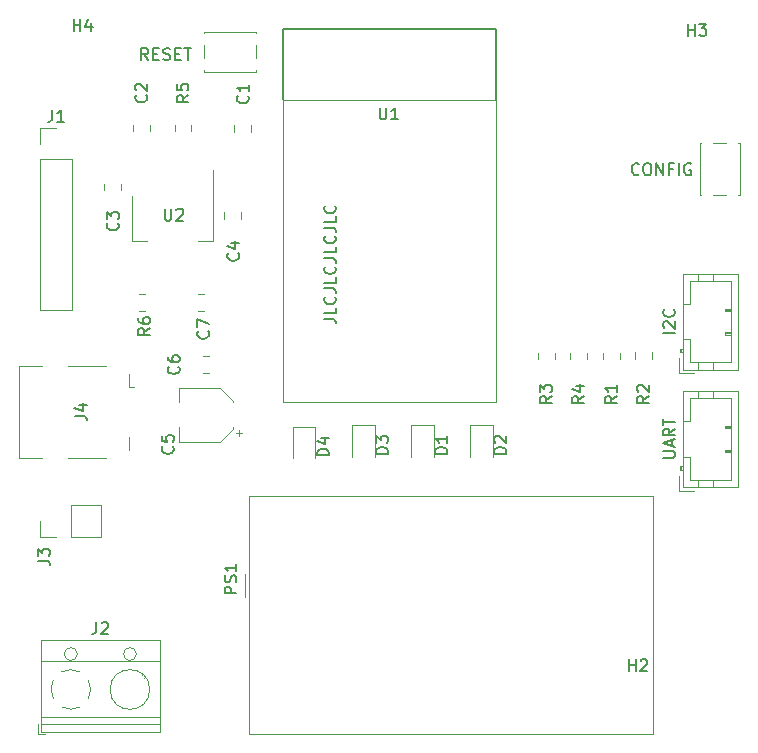
<source format=gbr>
%TF.GenerationSoftware,KiCad,Pcbnew,(5.1.6)-1*%
%TF.CreationDate,2020-10-27T09:44:08+01:00*%
%TF.ProjectId,Beacon_Listener,42656163-6f6e-45f4-9c69-7374656e6572,rev?*%
%TF.SameCoordinates,Original*%
%TF.FileFunction,Legend,Top*%
%TF.FilePolarity,Positive*%
%FSLAX46Y46*%
G04 Gerber Fmt 4.6, Leading zero omitted, Abs format (unit mm)*
G04 Created by KiCad (PCBNEW (5.1.6)-1) date 2020-10-27 09:44:08*
%MOMM*%
%LPD*%
G01*
G04 APERTURE LIST*
%ADD10C,0.200000*%
%ADD11C,0.120000*%
%ADD12C,0.150000*%
%ADD13C,0.050000*%
G04 APERTURE END LIST*
D10*
X111452380Y-93619047D02*
X112166666Y-93619047D01*
X112309523Y-93666666D01*
X112404761Y-93761904D01*
X112452380Y-93904761D01*
X112452380Y-94000000D01*
X112452380Y-92666666D02*
X112452380Y-93142857D01*
X111452380Y-93142857D01*
X112357142Y-91761904D02*
X112404761Y-91809523D01*
X112452380Y-91952380D01*
X112452380Y-92047619D01*
X112404761Y-92190476D01*
X112309523Y-92285714D01*
X112214285Y-92333333D01*
X112023809Y-92380952D01*
X111880952Y-92380952D01*
X111690476Y-92333333D01*
X111595238Y-92285714D01*
X111500000Y-92190476D01*
X111452380Y-92047619D01*
X111452380Y-91952380D01*
X111500000Y-91809523D01*
X111547619Y-91761904D01*
X111452380Y-91047619D02*
X112166666Y-91047619D01*
X112309523Y-91095238D01*
X112404761Y-91190476D01*
X112452380Y-91333333D01*
X112452380Y-91428571D01*
X112452380Y-90095238D02*
X112452380Y-90571428D01*
X111452380Y-90571428D01*
X112357142Y-89190476D02*
X112404761Y-89238095D01*
X112452380Y-89380952D01*
X112452380Y-89476190D01*
X112404761Y-89619047D01*
X112309523Y-89714285D01*
X112214285Y-89761904D01*
X112023809Y-89809523D01*
X111880952Y-89809523D01*
X111690476Y-89761904D01*
X111595238Y-89714285D01*
X111500000Y-89619047D01*
X111452380Y-89476190D01*
X111452380Y-89380952D01*
X111500000Y-89238095D01*
X111547619Y-89190476D01*
X111452380Y-88476190D02*
X112166666Y-88476190D01*
X112309523Y-88523809D01*
X112404761Y-88619047D01*
X112452380Y-88761904D01*
X112452380Y-88857142D01*
X112452380Y-87523809D02*
X112452380Y-88000000D01*
X111452380Y-88000000D01*
X112357142Y-86619047D02*
X112404761Y-86666666D01*
X112452380Y-86809523D01*
X112452380Y-86904761D01*
X112404761Y-87047619D01*
X112309523Y-87142857D01*
X112214285Y-87190476D01*
X112023809Y-87238095D01*
X111880952Y-87238095D01*
X111690476Y-87190476D01*
X111595238Y-87142857D01*
X111500000Y-87047619D01*
X111452380Y-86904761D01*
X111452380Y-86809523D01*
X111500000Y-86666666D01*
X111547619Y-86619047D01*
X111452380Y-85904761D02*
X112166666Y-85904761D01*
X112309523Y-85952380D01*
X112404761Y-86047619D01*
X112452380Y-86190476D01*
X112452380Y-86285714D01*
X112452380Y-84952380D02*
X112452380Y-85428571D01*
X111452380Y-85428571D01*
X112357142Y-84047619D02*
X112404761Y-84095238D01*
X112452380Y-84238095D01*
X112452380Y-84333333D01*
X112404761Y-84476190D01*
X112309523Y-84571428D01*
X112214285Y-84619047D01*
X112023809Y-84666666D01*
X111880952Y-84666666D01*
X111690476Y-84619047D01*
X111595238Y-84571428D01*
X111500000Y-84476190D01*
X111452380Y-84333333D01*
X111452380Y-84238095D01*
X111500000Y-84095238D01*
X111547619Y-84047619D01*
D11*
%TO.C,J4*%
X85590000Y-105410000D02*
X85590000Y-97590000D01*
X94910000Y-99390000D02*
X95340000Y-99390000D01*
X85590000Y-105410000D02*
X87540000Y-105410000D01*
X89760000Y-105410000D02*
X92990000Y-105410000D01*
X94910000Y-103610000D02*
X94910000Y-104690000D01*
X94910000Y-98310000D02*
X94910000Y-99390000D01*
X89760000Y-97590000D02*
X92990000Y-97590000D01*
X85590000Y-97590000D02*
X87540000Y-97590000D01*
%TO.C,RESET*%
X105700000Y-69420000D02*
X105700000Y-69300000D01*
X105700000Y-71570000D02*
X105700000Y-70430000D01*
X105700000Y-72700000D02*
X105700000Y-72580000D01*
X101300000Y-72700000D02*
X105700000Y-72700000D01*
X101300000Y-72580000D02*
X101300000Y-72700000D01*
X101300000Y-70430000D02*
X101300000Y-71570000D01*
X101300000Y-69300000D02*
X101300000Y-69420000D01*
X105700000Y-69300000D02*
X101300000Y-69300000D01*
%TO.C,CONFIG*%
X143345000Y-78725000D02*
X143225000Y-78725000D01*
X145495000Y-78725000D02*
X144355000Y-78725000D01*
X146625000Y-78725000D02*
X146505000Y-78725000D01*
X146625000Y-83125000D02*
X146625000Y-78725000D01*
X146505000Y-83125000D02*
X146625000Y-83125000D01*
X144355000Y-83125000D02*
X145495000Y-83125000D01*
X143225000Y-83125000D02*
X143345000Y-83125000D01*
X143225000Y-78725000D02*
X143225000Y-83125000D01*
%TO.C,C7*%
X100738748Y-91540000D02*
X101261252Y-91540000D01*
X100738748Y-92960000D02*
X101261252Y-92960000D01*
%TO.C,PS1*%
X104710000Y-115200000D02*
X104710000Y-117210000D01*
X139300000Y-108600000D02*
X105100000Y-108600000D01*
X139300000Y-128800000D02*
X139300000Y-108600000D01*
X105100000Y-128800000D02*
X139300000Y-128800000D01*
X105100000Y-108600000D02*
X105100000Y-128800000D01*
%TO.C,C3*%
X92790000Y-82213748D02*
X92790000Y-82736252D01*
X94210000Y-82213748D02*
X94210000Y-82736252D01*
%TO.C,C2*%
X95290000Y-77213748D02*
X95290000Y-77736252D01*
X96710000Y-77213748D02*
X96710000Y-77736252D01*
%TO.C,J1*%
X87420000Y-77470000D02*
X88750000Y-77470000D01*
X87420000Y-78800000D02*
X87420000Y-77470000D01*
X87420000Y-80070000D02*
X90080000Y-80070000D01*
X90080000Y-80070000D02*
X90080000Y-92830000D01*
X87420000Y-80070000D02*
X87420000Y-92830000D01*
X87420000Y-92830000D02*
X90080000Y-92830000D01*
%TO.C,I2C*%
X141790000Y-97910000D02*
X146510000Y-97910000D01*
X146510000Y-97910000D02*
X146510000Y-89790000D01*
X146510000Y-89790000D02*
X141790000Y-89790000D01*
X141790000Y-89790000D02*
X141790000Y-97910000D01*
X141790000Y-96150000D02*
X141590000Y-96150000D01*
X141590000Y-96150000D02*
X141590000Y-96450000D01*
X141590000Y-96450000D02*
X141790000Y-96450000D01*
X141690000Y-96150000D02*
X141690000Y-96450000D01*
X141790000Y-95350000D02*
X142400000Y-95350000D01*
X142400000Y-95350000D02*
X142400000Y-97300000D01*
X142400000Y-97300000D02*
X145900000Y-97300000D01*
X145900000Y-97300000D02*
X145900000Y-90400000D01*
X145900000Y-90400000D02*
X142400000Y-90400000D01*
X142400000Y-90400000D02*
X142400000Y-92350000D01*
X142400000Y-92350000D02*
X141790000Y-92350000D01*
X143100000Y-97910000D02*
X143100000Y-97300000D01*
X144400000Y-97910000D02*
X144400000Y-97300000D01*
X143100000Y-89790000D02*
X143100000Y-90400000D01*
X144400000Y-89790000D02*
X144400000Y-90400000D01*
X145900000Y-94950000D02*
X145400000Y-94950000D01*
X145400000Y-94950000D02*
X145400000Y-94750000D01*
X145400000Y-94750000D02*
X145900000Y-94750000D01*
X145900000Y-94850000D02*
X145400000Y-94850000D01*
X145900000Y-92950000D02*
X145400000Y-92950000D01*
X145400000Y-92950000D02*
X145400000Y-92750000D01*
X145400000Y-92750000D02*
X145900000Y-92750000D01*
X145900000Y-92850000D02*
X145400000Y-92850000D01*
X141490000Y-96960000D02*
X141490000Y-98210000D01*
X141490000Y-98210000D02*
X142740000Y-98210000D01*
%TO.C,UART*%
X141790000Y-107860000D02*
X146510000Y-107860000D01*
X146510000Y-107860000D02*
X146510000Y-99740000D01*
X146510000Y-99740000D02*
X141790000Y-99740000D01*
X141790000Y-99740000D02*
X141790000Y-107860000D01*
X141790000Y-106100000D02*
X141590000Y-106100000D01*
X141590000Y-106100000D02*
X141590000Y-106400000D01*
X141590000Y-106400000D02*
X141790000Y-106400000D01*
X141690000Y-106100000D02*
X141690000Y-106400000D01*
X141790000Y-105300000D02*
X142400000Y-105300000D01*
X142400000Y-105300000D02*
X142400000Y-107250000D01*
X142400000Y-107250000D02*
X145900000Y-107250000D01*
X145900000Y-107250000D02*
X145900000Y-100350000D01*
X145900000Y-100350000D02*
X142400000Y-100350000D01*
X142400000Y-100350000D02*
X142400000Y-102300000D01*
X142400000Y-102300000D02*
X141790000Y-102300000D01*
X143100000Y-107860000D02*
X143100000Y-107250000D01*
X144400000Y-107860000D02*
X144400000Y-107250000D01*
X143100000Y-99740000D02*
X143100000Y-100350000D01*
X144400000Y-99740000D02*
X144400000Y-100350000D01*
X145900000Y-104900000D02*
X145400000Y-104900000D01*
X145400000Y-104900000D02*
X145400000Y-104700000D01*
X145400000Y-104700000D02*
X145900000Y-104700000D01*
X145900000Y-104800000D02*
X145400000Y-104800000D01*
X145900000Y-102900000D02*
X145400000Y-102900000D01*
X145400000Y-102900000D02*
X145400000Y-102700000D01*
X145400000Y-102700000D02*
X145900000Y-102700000D01*
X145900000Y-102800000D02*
X145400000Y-102800000D01*
X141490000Y-106910000D02*
X141490000Y-108160000D01*
X141490000Y-108160000D02*
X142740000Y-108160000D01*
%TO.C,D4*%
X108790000Y-102752500D02*
X108790000Y-105437500D01*
X110710000Y-102752500D02*
X108790000Y-102752500D01*
X110710000Y-105437500D02*
X110710000Y-102752500D01*
%TO.C,D3*%
X113790000Y-102627500D02*
X113790000Y-105312500D01*
X115710000Y-102627500D02*
X113790000Y-102627500D01*
X115710000Y-105312500D02*
X115710000Y-102627500D01*
%TO.C,D2*%
X123790000Y-102627500D02*
X123790000Y-105312500D01*
X125710000Y-102627500D02*
X123790000Y-102627500D01*
X125710000Y-105312500D02*
X125710000Y-102627500D01*
%TO.C,D1*%
X118790000Y-102627500D02*
X118790000Y-105312500D01*
X120710000Y-102627500D02*
X118790000Y-102627500D01*
X120710000Y-105312500D02*
X120710000Y-102627500D01*
D12*
%TO.C,U1*%
X126017000Y-69066000D02*
X107983000Y-69066000D01*
X126017000Y-75035000D02*
X126017000Y-69066000D01*
X107983000Y-75035000D02*
X107983000Y-69066000D01*
D13*
X108000000Y-100620000D02*
X108000000Y-75090000D01*
X108000000Y-75090000D02*
X126000000Y-75090000D01*
X126000000Y-75090000D02*
X126000000Y-100620000D01*
X126000000Y-100620000D02*
X108000000Y-100620000D01*
D11*
%TO.C,R6*%
X95763748Y-91540000D02*
X96286252Y-91540000D01*
X95763748Y-92960000D02*
X96286252Y-92960000D01*
%TO.C,J3*%
X92580000Y-112080000D02*
X92580000Y-109420000D01*
X89980000Y-112080000D02*
X92580000Y-112080000D01*
X89980000Y-109420000D02*
X92580000Y-109420000D01*
X89980000Y-112080000D02*
X89980000Y-109420000D01*
X88710000Y-112080000D02*
X87380000Y-112080000D01*
X87380000Y-112080000D02*
X87380000Y-110750000D01*
%TO.C,J2*%
X90550000Y-122000000D02*
G75*
G03*
X90550000Y-122000000I-550000J0D01*
G01*
X96680000Y-125000000D02*
G75*
G03*
X96680000Y-125000000I-1680000J0D01*
G01*
X95550000Y-122000000D02*
G75*
G03*
X95550000Y-122000000I-550000J0D01*
G01*
X87440000Y-127900000D02*
X97560000Y-127900000D01*
X87440000Y-127300000D02*
X97560000Y-127300000D01*
X87440000Y-122600000D02*
X97560000Y-122600000D01*
X87440000Y-120840000D02*
X97560000Y-120840000D01*
X87440000Y-128561000D02*
X97560000Y-128561000D01*
X87440000Y-120840000D02*
X87440000Y-128561000D01*
X97560000Y-120840000D02*
X97560000Y-128561000D01*
X96275000Y-123931000D02*
X96181000Y-124024000D01*
X93990000Y-126216000D02*
X93931000Y-126274000D01*
X96070000Y-123725000D02*
X96011000Y-123784000D01*
X93820000Y-125976000D02*
X93726000Y-126069000D01*
X87200000Y-127960000D02*
X87200000Y-128800000D01*
X87200000Y-128800000D02*
X87800000Y-128800000D01*
X90029383Y-126680450D02*
G75*
G02*
X89211000Y-126484000I-29383J1680450D01*
G01*
X88516047Y-125789088D02*
G75*
G02*
X88516000Y-124211000I1483953J789088D01*
G01*
X89210912Y-123516047D02*
G75*
G02*
X90789000Y-123516000I789088J-1483953D01*
G01*
X91483953Y-124210912D02*
G75*
G02*
X91484000Y-125789000I-1483953J-789088D01*
G01*
X90788712Y-126483352D02*
G75*
G02*
X90000000Y-126680000I-788712J1483352D01*
G01*
%TO.C,C6*%
X101736252Y-98210000D02*
X101213748Y-98210000D01*
X101736252Y-96790000D02*
X101213748Y-96790000D01*
%TO.C,C5*%
X99190000Y-99490000D02*
X99190000Y-100690000D01*
X99190000Y-104010000D02*
X99190000Y-102810000D01*
X102645563Y-104010000D02*
X99190000Y-104010000D01*
X102645563Y-99490000D02*
X99190000Y-99490000D01*
X103710000Y-100554437D02*
X103710000Y-100690000D01*
X103710000Y-102945563D02*
X103710000Y-102810000D01*
X103710000Y-102945563D02*
X102645563Y-104010000D01*
X103710000Y-100554437D02*
X102645563Y-99490000D01*
X104450000Y-103310000D02*
X103950000Y-103310000D01*
X104200000Y-103560000D02*
X104200000Y-103060000D01*
%TO.C,U2*%
X102010000Y-81000000D02*
X102010000Y-87010000D01*
X95190000Y-83250000D02*
X95190000Y-87010000D01*
X102010000Y-87010000D02*
X100750000Y-87010000D01*
X95190000Y-87010000D02*
X96450000Y-87010000D01*
%TO.C,R5*%
X100210000Y-77736252D02*
X100210000Y-77213748D01*
X98790000Y-77736252D02*
X98790000Y-77213748D01*
%TO.C,R4*%
X133710000Y-97036252D02*
X133710000Y-96513748D01*
X132290000Y-97036252D02*
X132290000Y-96513748D01*
%TO.C,R3*%
X130960000Y-97011252D02*
X130960000Y-96488748D01*
X129540000Y-97011252D02*
X129540000Y-96488748D01*
%TO.C,R2*%
X139210000Y-96986252D02*
X139210000Y-96463748D01*
X137790000Y-96986252D02*
X137790000Y-96463748D01*
%TO.C,R1*%
X136460000Y-97011252D02*
X136460000Y-96488748D01*
X135040000Y-97011252D02*
X135040000Y-96488748D01*
%TO.C,C4*%
X102990000Y-84613748D02*
X102990000Y-85136252D01*
X104410000Y-84613748D02*
X104410000Y-85136252D01*
%TO.C,C1*%
X105210000Y-77761252D02*
X105210000Y-77238748D01*
X103790000Y-77761252D02*
X103790000Y-77238748D01*
%TO.C,J4*%
D12*
X90352380Y-101833333D02*
X91066666Y-101833333D01*
X91209523Y-101880952D01*
X91304761Y-101976190D01*
X91352380Y-102119047D01*
X91352380Y-102214285D01*
X90685714Y-100928571D02*
X91352380Y-100928571D01*
X90304761Y-101166666D02*
X91019047Y-101404761D01*
X91019047Y-100785714D01*
%TO.C,RESET*%
X96547619Y-71702380D02*
X96214285Y-71226190D01*
X95976190Y-71702380D02*
X95976190Y-70702380D01*
X96357142Y-70702380D01*
X96452380Y-70750000D01*
X96500000Y-70797619D01*
X96547619Y-70892857D01*
X96547619Y-71035714D01*
X96500000Y-71130952D01*
X96452380Y-71178571D01*
X96357142Y-71226190D01*
X95976190Y-71226190D01*
X96976190Y-71178571D02*
X97309523Y-71178571D01*
X97452380Y-71702380D02*
X96976190Y-71702380D01*
X96976190Y-70702380D01*
X97452380Y-70702380D01*
X97833333Y-71654761D02*
X97976190Y-71702380D01*
X98214285Y-71702380D01*
X98309523Y-71654761D01*
X98357142Y-71607142D01*
X98404761Y-71511904D01*
X98404761Y-71416666D01*
X98357142Y-71321428D01*
X98309523Y-71273809D01*
X98214285Y-71226190D01*
X98023809Y-71178571D01*
X97928571Y-71130952D01*
X97880952Y-71083333D01*
X97833333Y-70988095D01*
X97833333Y-70892857D01*
X97880952Y-70797619D01*
X97928571Y-70750000D01*
X98023809Y-70702380D01*
X98261904Y-70702380D01*
X98404761Y-70750000D01*
X98833333Y-71178571D02*
X99166666Y-71178571D01*
X99309523Y-71702380D02*
X98833333Y-71702380D01*
X98833333Y-70702380D01*
X99309523Y-70702380D01*
X99595238Y-70702380D02*
X100166666Y-70702380D01*
X99880952Y-71702380D02*
X99880952Y-70702380D01*
%TO.C,CONFIG*%
X138095238Y-81357142D02*
X138047619Y-81404761D01*
X137904761Y-81452380D01*
X137809523Y-81452380D01*
X137666666Y-81404761D01*
X137571428Y-81309523D01*
X137523809Y-81214285D01*
X137476190Y-81023809D01*
X137476190Y-80880952D01*
X137523809Y-80690476D01*
X137571428Y-80595238D01*
X137666666Y-80500000D01*
X137809523Y-80452380D01*
X137904761Y-80452380D01*
X138047619Y-80500000D01*
X138095238Y-80547619D01*
X138714285Y-80452380D02*
X138904761Y-80452380D01*
X139000000Y-80500000D01*
X139095238Y-80595238D01*
X139142857Y-80785714D01*
X139142857Y-81119047D01*
X139095238Y-81309523D01*
X139000000Y-81404761D01*
X138904761Y-81452380D01*
X138714285Y-81452380D01*
X138619047Y-81404761D01*
X138523809Y-81309523D01*
X138476190Y-81119047D01*
X138476190Y-80785714D01*
X138523809Y-80595238D01*
X138619047Y-80500000D01*
X138714285Y-80452380D01*
X139571428Y-81452380D02*
X139571428Y-80452380D01*
X140142857Y-81452380D01*
X140142857Y-80452380D01*
X140952380Y-80928571D02*
X140619047Y-80928571D01*
X140619047Y-81452380D02*
X140619047Y-80452380D01*
X141095238Y-80452380D01*
X141476190Y-81452380D02*
X141476190Y-80452380D01*
X142476190Y-80500000D02*
X142380952Y-80452380D01*
X142238095Y-80452380D01*
X142095238Y-80500000D01*
X142000000Y-80595238D01*
X141952380Y-80690476D01*
X141904761Y-80880952D01*
X141904761Y-81023809D01*
X141952380Y-81214285D01*
X142000000Y-81309523D01*
X142095238Y-81404761D01*
X142238095Y-81452380D01*
X142333333Y-81452380D01*
X142476190Y-81404761D01*
X142523809Y-81357142D01*
X142523809Y-81023809D01*
X142333333Y-81023809D01*
%TO.C,C7*%
X101607142Y-94666666D02*
X101654761Y-94714285D01*
X101702380Y-94857142D01*
X101702380Y-94952380D01*
X101654761Y-95095238D01*
X101559523Y-95190476D01*
X101464285Y-95238095D01*
X101273809Y-95285714D01*
X101130952Y-95285714D01*
X100940476Y-95238095D01*
X100845238Y-95190476D01*
X100750000Y-95095238D01*
X100702380Y-94952380D01*
X100702380Y-94857142D01*
X100750000Y-94714285D01*
X100797619Y-94666666D01*
X100702380Y-94333333D02*
X100702380Y-93666666D01*
X101702380Y-94095238D01*
%TO.C,PS1*%
X104012380Y-116864285D02*
X103012380Y-116864285D01*
X103012380Y-116483333D01*
X103060000Y-116388095D01*
X103107619Y-116340476D01*
X103202857Y-116292857D01*
X103345714Y-116292857D01*
X103440952Y-116340476D01*
X103488571Y-116388095D01*
X103536190Y-116483333D01*
X103536190Y-116864285D01*
X103964761Y-115911904D02*
X104012380Y-115769047D01*
X104012380Y-115530952D01*
X103964761Y-115435714D01*
X103917142Y-115388095D01*
X103821904Y-115340476D01*
X103726666Y-115340476D01*
X103631428Y-115388095D01*
X103583809Y-115435714D01*
X103536190Y-115530952D01*
X103488571Y-115721428D01*
X103440952Y-115816666D01*
X103393333Y-115864285D01*
X103298095Y-115911904D01*
X103202857Y-115911904D01*
X103107619Y-115864285D01*
X103060000Y-115816666D01*
X103012380Y-115721428D01*
X103012380Y-115483333D01*
X103060000Y-115340476D01*
X104012380Y-114388095D02*
X104012380Y-114959523D01*
X104012380Y-114673809D02*
X103012380Y-114673809D01*
X103155238Y-114769047D01*
X103250476Y-114864285D01*
X103298095Y-114959523D01*
%TO.C,C3*%
X93957142Y-85516666D02*
X94004761Y-85564285D01*
X94052380Y-85707142D01*
X94052380Y-85802380D01*
X94004761Y-85945238D01*
X93909523Y-86040476D01*
X93814285Y-86088095D01*
X93623809Y-86135714D01*
X93480952Y-86135714D01*
X93290476Y-86088095D01*
X93195238Y-86040476D01*
X93100000Y-85945238D01*
X93052380Y-85802380D01*
X93052380Y-85707142D01*
X93100000Y-85564285D01*
X93147619Y-85516666D01*
X93052380Y-85183333D02*
X93052380Y-84564285D01*
X93433333Y-84897619D01*
X93433333Y-84754761D01*
X93480952Y-84659523D01*
X93528571Y-84611904D01*
X93623809Y-84564285D01*
X93861904Y-84564285D01*
X93957142Y-84611904D01*
X94004761Y-84659523D01*
X94052380Y-84754761D01*
X94052380Y-85040476D01*
X94004761Y-85135714D01*
X93957142Y-85183333D01*
%TO.C,C2*%
X96357142Y-74666666D02*
X96404761Y-74714285D01*
X96452380Y-74857142D01*
X96452380Y-74952380D01*
X96404761Y-75095238D01*
X96309523Y-75190476D01*
X96214285Y-75238095D01*
X96023809Y-75285714D01*
X95880952Y-75285714D01*
X95690476Y-75238095D01*
X95595238Y-75190476D01*
X95500000Y-75095238D01*
X95452380Y-74952380D01*
X95452380Y-74857142D01*
X95500000Y-74714285D01*
X95547619Y-74666666D01*
X95547619Y-74285714D02*
X95500000Y-74238095D01*
X95452380Y-74142857D01*
X95452380Y-73904761D01*
X95500000Y-73809523D01*
X95547619Y-73761904D01*
X95642857Y-73714285D01*
X95738095Y-73714285D01*
X95880952Y-73761904D01*
X96452380Y-74333333D01*
X96452380Y-73714285D01*
%TO.C,J1*%
X88416666Y-75922380D02*
X88416666Y-76636666D01*
X88369047Y-76779523D01*
X88273809Y-76874761D01*
X88130952Y-76922380D01*
X88035714Y-76922380D01*
X89416666Y-76922380D02*
X88845238Y-76922380D01*
X89130952Y-76922380D02*
X89130952Y-75922380D01*
X89035714Y-76065238D01*
X88940476Y-76160476D01*
X88845238Y-76208095D01*
%TO.C,I2C*%
X141152380Y-94826190D02*
X140152380Y-94826190D01*
X140247619Y-94397619D02*
X140200000Y-94350000D01*
X140152380Y-94254761D01*
X140152380Y-94016666D01*
X140200000Y-93921428D01*
X140247619Y-93873809D01*
X140342857Y-93826190D01*
X140438095Y-93826190D01*
X140580952Y-93873809D01*
X141152380Y-94445238D01*
X141152380Y-93826190D01*
X141057142Y-92826190D02*
X141104761Y-92873809D01*
X141152380Y-93016666D01*
X141152380Y-93111904D01*
X141104761Y-93254761D01*
X141009523Y-93350000D01*
X140914285Y-93397619D01*
X140723809Y-93445238D01*
X140580952Y-93445238D01*
X140390476Y-93397619D01*
X140295238Y-93350000D01*
X140200000Y-93254761D01*
X140152380Y-93111904D01*
X140152380Y-93016666D01*
X140200000Y-92873809D01*
X140247619Y-92826190D01*
%TO.C,UART*%
X140152380Y-105395238D02*
X140961904Y-105395238D01*
X141057142Y-105347619D01*
X141104761Y-105300000D01*
X141152380Y-105204761D01*
X141152380Y-105014285D01*
X141104761Y-104919047D01*
X141057142Y-104871428D01*
X140961904Y-104823809D01*
X140152380Y-104823809D01*
X140866666Y-104395238D02*
X140866666Y-103919047D01*
X141152380Y-104490476D02*
X140152380Y-104157142D01*
X141152380Y-103823809D01*
X141152380Y-102919047D02*
X140676190Y-103252380D01*
X141152380Y-103490476D02*
X140152380Y-103490476D01*
X140152380Y-103109523D01*
X140200000Y-103014285D01*
X140247619Y-102966666D01*
X140342857Y-102919047D01*
X140485714Y-102919047D01*
X140580952Y-102966666D01*
X140628571Y-103014285D01*
X140676190Y-103109523D01*
X140676190Y-103490476D01*
X140152380Y-102633333D02*
X140152380Y-102061904D01*
X141152380Y-102347619D02*
X140152380Y-102347619D01*
%TO.C,D4*%
X111852380Y-105175595D02*
X110852380Y-105175595D01*
X110852380Y-104937500D01*
X110900000Y-104794642D01*
X110995238Y-104699404D01*
X111090476Y-104651785D01*
X111280952Y-104604166D01*
X111423809Y-104604166D01*
X111614285Y-104651785D01*
X111709523Y-104699404D01*
X111804761Y-104794642D01*
X111852380Y-104937500D01*
X111852380Y-105175595D01*
X111185714Y-103747023D02*
X111852380Y-103747023D01*
X110804761Y-103985119D02*
X111519047Y-104223214D01*
X111519047Y-103604166D01*
%TO.C,D3*%
X116852380Y-105050595D02*
X115852380Y-105050595D01*
X115852380Y-104812500D01*
X115900000Y-104669642D01*
X115995238Y-104574404D01*
X116090476Y-104526785D01*
X116280952Y-104479166D01*
X116423809Y-104479166D01*
X116614285Y-104526785D01*
X116709523Y-104574404D01*
X116804761Y-104669642D01*
X116852380Y-104812500D01*
X116852380Y-105050595D01*
X115852380Y-104145833D02*
X115852380Y-103526785D01*
X116233333Y-103860119D01*
X116233333Y-103717261D01*
X116280952Y-103622023D01*
X116328571Y-103574404D01*
X116423809Y-103526785D01*
X116661904Y-103526785D01*
X116757142Y-103574404D01*
X116804761Y-103622023D01*
X116852380Y-103717261D01*
X116852380Y-104002976D01*
X116804761Y-104098214D01*
X116757142Y-104145833D01*
%TO.C,D2*%
X126852380Y-105050595D02*
X125852380Y-105050595D01*
X125852380Y-104812500D01*
X125900000Y-104669642D01*
X125995238Y-104574404D01*
X126090476Y-104526785D01*
X126280952Y-104479166D01*
X126423809Y-104479166D01*
X126614285Y-104526785D01*
X126709523Y-104574404D01*
X126804761Y-104669642D01*
X126852380Y-104812500D01*
X126852380Y-105050595D01*
X125947619Y-104098214D02*
X125900000Y-104050595D01*
X125852380Y-103955357D01*
X125852380Y-103717261D01*
X125900000Y-103622023D01*
X125947619Y-103574404D01*
X126042857Y-103526785D01*
X126138095Y-103526785D01*
X126280952Y-103574404D01*
X126852380Y-104145833D01*
X126852380Y-103526785D01*
%TO.C,D1*%
X121852380Y-105050595D02*
X120852380Y-105050595D01*
X120852380Y-104812500D01*
X120900000Y-104669642D01*
X120995238Y-104574404D01*
X121090476Y-104526785D01*
X121280952Y-104479166D01*
X121423809Y-104479166D01*
X121614285Y-104526785D01*
X121709523Y-104574404D01*
X121804761Y-104669642D01*
X121852380Y-104812500D01*
X121852380Y-105050595D01*
X121852380Y-103526785D02*
X121852380Y-104098214D01*
X121852380Y-103812500D02*
X120852380Y-103812500D01*
X120995238Y-103907738D01*
X121090476Y-104002976D01*
X121138095Y-104098214D01*
%TO.C,U1*%
X116138095Y-75742380D02*
X116138095Y-76551904D01*
X116185714Y-76647142D01*
X116233333Y-76694761D01*
X116328571Y-76742380D01*
X116519047Y-76742380D01*
X116614285Y-76694761D01*
X116661904Y-76647142D01*
X116709523Y-76551904D01*
X116709523Y-75742380D01*
X117709523Y-76742380D02*
X117138095Y-76742380D01*
X117423809Y-76742380D02*
X117423809Y-75742380D01*
X117328571Y-75885238D01*
X117233333Y-75980476D01*
X117138095Y-76028095D01*
%TO.C,H4*%
X90238095Y-69252380D02*
X90238095Y-68252380D01*
X90238095Y-68728571D02*
X90809523Y-68728571D01*
X90809523Y-69252380D02*
X90809523Y-68252380D01*
X91714285Y-68585714D02*
X91714285Y-69252380D01*
X91476190Y-68204761D02*
X91238095Y-68919047D01*
X91857142Y-68919047D01*
%TO.C,H3*%
X142238095Y-69652380D02*
X142238095Y-68652380D01*
X142238095Y-69128571D02*
X142809523Y-69128571D01*
X142809523Y-69652380D02*
X142809523Y-68652380D01*
X143190476Y-68652380D02*
X143809523Y-68652380D01*
X143476190Y-69033333D01*
X143619047Y-69033333D01*
X143714285Y-69080952D01*
X143761904Y-69128571D01*
X143809523Y-69223809D01*
X143809523Y-69461904D01*
X143761904Y-69557142D01*
X143714285Y-69604761D01*
X143619047Y-69652380D01*
X143333333Y-69652380D01*
X143238095Y-69604761D01*
X143190476Y-69557142D01*
%TO.C,H2*%
X137238095Y-123452380D02*
X137238095Y-122452380D01*
X137238095Y-122928571D02*
X137809523Y-122928571D01*
X137809523Y-123452380D02*
X137809523Y-122452380D01*
X138238095Y-122547619D02*
X138285714Y-122500000D01*
X138380952Y-122452380D01*
X138619047Y-122452380D01*
X138714285Y-122500000D01*
X138761904Y-122547619D01*
X138809523Y-122642857D01*
X138809523Y-122738095D01*
X138761904Y-122880952D01*
X138190476Y-123452380D01*
X138809523Y-123452380D01*
%TO.C,R6*%
X96702380Y-94416666D02*
X96226190Y-94750000D01*
X96702380Y-94988095D02*
X95702380Y-94988095D01*
X95702380Y-94607142D01*
X95750000Y-94511904D01*
X95797619Y-94464285D01*
X95892857Y-94416666D01*
X96035714Y-94416666D01*
X96130952Y-94464285D01*
X96178571Y-94511904D01*
X96226190Y-94607142D01*
X96226190Y-94988095D01*
X95702380Y-93559523D02*
X95702380Y-93750000D01*
X95750000Y-93845238D01*
X95797619Y-93892857D01*
X95940476Y-93988095D01*
X96130952Y-94035714D01*
X96511904Y-94035714D01*
X96607142Y-93988095D01*
X96654761Y-93940476D01*
X96702380Y-93845238D01*
X96702380Y-93654761D01*
X96654761Y-93559523D01*
X96607142Y-93511904D01*
X96511904Y-93464285D01*
X96273809Y-93464285D01*
X96178571Y-93511904D01*
X96130952Y-93559523D01*
X96083333Y-93654761D01*
X96083333Y-93845238D01*
X96130952Y-93940476D01*
X96178571Y-93988095D01*
X96273809Y-94035714D01*
%TO.C,J3*%
X87202380Y-114083333D02*
X87916666Y-114083333D01*
X88059523Y-114130952D01*
X88154761Y-114226190D01*
X88202380Y-114369047D01*
X88202380Y-114464285D01*
X87202380Y-113702380D02*
X87202380Y-113083333D01*
X87583333Y-113416666D01*
X87583333Y-113273809D01*
X87630952Y-113178571D01*
X87678571Y-113130952D01*
X87773809Y-113083333D01*
X88011904Y-113083333D01*
X88107142Y-113130952D01*
X88154761Y-113178571D01*
X88202380Y-113273809D01*
X88202380Y-113559523D01*
X88154761Y-113654761D01*
X88107142Y-113702380D01*
%TO.C,J2*%
X92166666Y-119292380D02*
X92166666Y-120006666D01*
X92119047Y-120149523D01*
X92023809Y-120244761D01*
X91880952Y-120292380D01*
X91785714Y-120292380D01*
X92595238Y-119387619D02*
X92642857Y-119340000D01*
X92738095Y-119292380D01*
X92976190Y-119292380D01*
X93071428Y-119340000D01*
X93119047Y-119387619D01*
X93166666Y-119482857D01*
X93166666Y-119578095D01*
X93119047Y-119720952D01*
X92547619Y-120292380D01*
X93166666Y-120292380D01*
%TO.C,C6*%
X99107142Y-97666666D02*
X99154761Y-97714285D01*
X99202380Y-97857142D01*
X99202380Y-97952380D01*
X99154761Y-98095238D01*
X99059523Y-98190476D01*
X98964285Y-98238095D01*
X98773809Y-98285714D01*
X98630952Y-98285714D01*
X98440476Y-98238095D01*
X98345238Y-98190476D01*
X98250000Y-98095238D01*
X98202380Y-97952380D01*
X98202380Y-97857142D01*
X98250000Y-97714285D01*
X98297619Y-97666666D01*
X98202380Y-96809523D02*
X98202380Y-97000000D01*
X98250000Y-97095238D01*
X98297619Y-97142857D01*
X98440476Y-97238095D01*
X98630952Y-97285714D01*
X99011904Y-97285714D01*
X99107142Y-97238095D01*
X99154761Y-97190476D01*
X99202380Y-97095238D01*
X99202380Y-96904761D01*
X99154761Y-96809523D01*
X99107142Y-96761904D01*
X99011904Y-96714285D01*
X98773809Y-96714285D01*
X98678571Y-96761904D01*
X98630952Y-96809523D01*
X98583333Y-96904761D01*
X98583333Y-97095238D01*
X98630952Y-97190476D01*
X98678571Y-97238095D01*
X98773809Y-97285714D01*
%TO.C,C5*%
X98607142Y-104416666D02*
X98654761Y-104464285D01*
X98702380Y-104607142D01*
X98702380Y-104702380D01*
X98654761Y-104845238D01*
X98559523Y-104940476D01*
X98464285Y-104988095D01*
X98273809Y-105035714D01*
X98130952Y-105035714D01*
X97940476Y-104988095D01*
X97845238Y-104940476D01*
X97750000Y-104845238D01*
X97702380Y-104702380D01*
X97702380Y-104607142D01*
X97750000Y-104464285D01*
X97797619Y-104416666D01*
X97702380Y-103511904D02*
X97702380Y-103988095D01*
X98178571Y-104035714D01*
X98130952Y-103988095D01*
X98083333Y-103892857D01*
X98083333Y-103654761D01*
X98130952Y-103559523D01*
X98178571Y-103511904D01*
X98273809Y-103464285D01*
X98511904Y-103464285D01*
X98607142Y-103511904D01*
X98654761Y-103559523D01*
X98702380Y-103654761D01*
X98702380Y-103892857D01*
X98654761Y-103988095D01*
X98607142Y-104035714D01*
%TO.C,U2*%
X97938095Y-84302380D02*
X97938095Y-85111904D01*
X97985714Y-85207142D01*
X98033333Y-85254761D01*
X98128571Y-85302380D01*
X98319047Y-85302380D01*
X98414285Y-85254761D01*
X98461904Y-85207142D01*
X98509523Y-85111904D01*
X98509523Y-84302380D01*
X98938095Y-84397619D02*
X98985714Y-84350000D01*
X99080952Y-84302380D01*
X99319047Y-84302380D01*
X99414285Y-84350000D01*
X99461904Y-84397619D01*
X99509523Y-84492857D01*
X99509523Y-84588095D01*
X99461904Y-84730952D01*
X98890476Y-85302380D01*
X99509523Y-85302380D01*
%TO.C,R5*%
X99952380Y-74666666D02*
X99476190Y-75000000D01*
X99952380Y-75238095D02*
X98952380Y-75238095D01*
X98952380Y-74857142D01*
X99000000Y-74761904D01*
X99047619Y-74714285D01*
X99142857Y-74666666D01*
X99285714Y-74666666D01*
X99380952Y-74714285D01*
X99428571Y-74761904D01*
X99476190Y-74857142D01*
X99476190Y-75238095D01*
X98952380Y-73761904D02*
X98952380Y-74238095D01*
X99428571Y-74285714D01*
X99380952Y-74238095D01*
X99333333Y-74142857D01*
X99333333Y-73904761D01*
X99380952Y-73809523D01*
X99428571Y-73761904D01*
X99523809Y-73714285D01*
X99761904Y-73714285D01*
X99857142Y-73761904D01*
X99904761Y-73809523D01*
X99952380Y-73904761D01*
X99952380Y-74142857D01*
X99904761Y-74238095D01*
X99857142Y-74285714D01*
%TO.C,R4*%
X133452380Y-100166666D02*
X132976190Y-100500000D01*
X133452380Y-100738095D02*
X132452380Y-100738095D01*
X132452380Y-100357142D01*
X132500000Y-100261904D01*
X132547619Y-100214285D01*
X132642857Y-100166666D01*
X132785714Y-100166666D01*
X132880952Y-100214285D01*
X132928571Y-100261904D01*
X132976190Y-100357142D01*
X132976190Y-100738095D01*
X132785714Y-99309523D02*
X133452380Y-99309523D01*
X132404761Y-99547619D02*
X133119047Y-99785714D01*
X133119047Y-99166666D01*
%TO.C,R3*%
X130702380Y-100166666D02*
X130226190Y-100500000D01*
X130702380Y-100738095D02*
X129702380Y-100738095D01*
X129702380Y-100357142D01*
X129750000Y-100261904D01*
X129797619Y-100214285D01*
X129892857Y-100166666D01*
X130035714Y-100166666D01*
X130130952Y-100214285D01*
X130178571Y-100261904D01*
X130226190Y-100357142D01*
X130226190Y-100738095D01*
X129702380Y-99833333D02*
X129702380Y-99214285D01*
X130083333Y-99547619D01*
X130083333Y-99404761D01*
X130130952Y-99309523D01*
X130178571Y-99261904D01*
X130273809Y-99214285D01*
X130511904Y-99214285D01*
X130607142Y-99261904D01*
X130654761Y-99309523D01*
X130702380Y-99404761D01*
X130702380Y-99690476D01*
X130654761Y-99785714D01*
X130607142Y-99833333D01*
%TO.C,R2*%
X138952380Y-100166666D02*
X138476190Y-100500000D01*
X138952380Y-100738095D02*
X137952380Y-100738095D01*
X137952380Y-100357142D01*
X138000000Y-100261904D01*
X138047619Y-100214285D01*
X138142857Y-100166666D01*
X138285714Y-100166666D01*
X138380952Y-100214285D01*
X138428571Y-100261904D01*
X138476190Y-100357142D01*
X138476190Y-100738095D01*
X138047619Y-99785714D02*
X138000000Y-99738095D01*
X137952380Y-99642857D01*
X137952380Y-99404761D01*
X138000000Y-99309523D01*
X138047619Y-99261904D01*
X138142857Y-99214285D01*
X138238095Y-99214285D01*
X138380952Y-99261904D01*
X138952380Y-99833333D01*
X138952380Y-99214285D01*
%TO.C,R1*%
X136202380Y-100166666D02*
X135726190Y-100500000D01*
X136202380Y-100738095D02*
X135202380Y-100738095D01*
X135202380Y-100357142D01*
X135250000Y-100261904D01*
X135297619Y-100214285D01*
X135392857Y-100166666D01*
X135535714Y-100166666D01*
X135630952Y-100214285D01*
X135678571Y-100261904D01*
X135726190Y-100357142D01*
X135726190Y-100738095D01*
X136202380Y-99214285D02*
X136202380Y-99785714D01*
X136202380Y-99500000D02*
X135202380Y-99500000D01*
X135345238Y-99595238D01*
X135440476Y-99690476D01*
X135488095Y-99785714D01*
%TO.C,C4*%
X104157142Y-88066666D02*
X104204761Y-88114285D01*
X104252380Y-88257142D01*
X104252380Y-88352380D01*
X104204761Y-88495238D01*
X104109523Y-88590476D01*
X104014285Y-88638095D01*
X103823809Y-88685714D01*
X103680952Y-88685714D01*
X103490476Y-88638095D01*
X103395238Y-88590476D01*
X103300000Y-88495238D01*
X103252380Y-88352380D01*
X103252380Y-88257142D01*
X103300000Y-88114285D01*
X103347619Y-88066666D01*
X103585714Y-87209523D02*
X104252380Y-87209523D01*
X103204761Y-87447619D02*
X103919047Y-87685714D01*
X103919047Y-87066666D01*
%TO.C,C1*%
X104957142Y-74741666D02*
X105004761Y-74789285D01*
X105052380Y-74932142D01*
X105052380Y-75027380D01*
X105004761Y-75170238D01*
X104909523Y-75265476D01*
X104814285Y-75313095D01*
X104623809Y-75360714D01*
X104480952Y-75360714D01*
X104290476Y-75313095D01*
X104195238Y-75265476D01*
X104100000Y-75170238D01*
X104052380Y-75027380D01*
X104052380Y-74932142D01*
X104100000Y-74789285D01*
X104147619Y-74741666D01*
X105052380Y-73789285D02*
X105052380Y-74360714D01*
X105052380Y-74075000D02*
X104052380Y-74075000D01*
X104195238Y-74170238D01*
X104290476Y-74265476D01*
X104338095Y-74360714D01*
%TD*%
M02*

</source>
